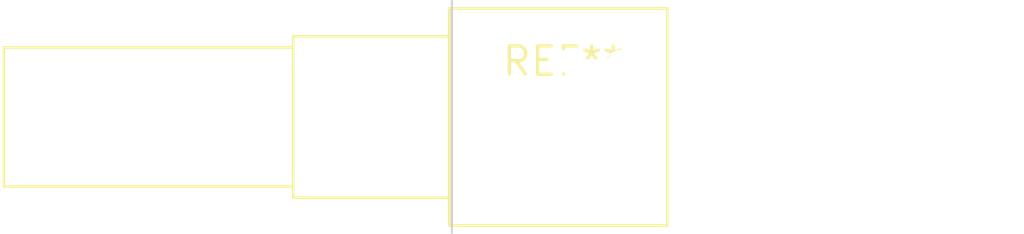
<source format=kicad_pcb>
(kicad_pcb (version 20240108) (generator pcbnew)
  (layers (0 "F.Cu" signal) (31 "B.Cu" signal) (34 "B.Paste" user) (35 "F.Paste" user) (36 "B.SilkS" user "B.Silkscreen") (37 "F.SilkS" user "F.Silkscreen") (38 "B.Mask" user) (39 "F.Mask" user) (44 "Edge.Cuts" user))
  (net 0 "")
  (footprint "Potentiometer_Alps_RK097_Dual_Horizontal" (layer "F.Cu") (at 0 0)
    (property "Reference" "REF**")
    (property "Value" "Potentiometer_Alps_RK097_Dual_Horizontal")
    (fp_line (start -25.1 5.62) (end -25.1 -0.6) (layer "F.SilkS") (stroke (width 0.12)))
    (fp_line (start -12.12 -0.62) (end -25.1 -0.62) (layer "F.SilkS") (stroke (width 0.12)))
    (fp_line (start -12.12 5.62) (end -25.1 5.62) (layer "F.SilkS") (stroke (width 0.12)))
    (fp_line (start -12.12 6.12) (end -12.12 -1.12) (layer "F.SilkS") (stroke (width 0.12)))
    (fp_line (start -5.12 -1.12) (end -12.12 -1.12) (layer "F.SilkS") (stroke (width 0.12)))
    (fp_line (start -5.12 6.12) (end -12.12 6.12) (layer "F.SilkS") (stroke (width 0.12)))
    (fp_line (start -5.12 7.37) (end -5.12 -2.37) (layer "F.SilkS") (stroke (width 0.12)))
    (fp_line (start 4.671 -2.37) (end -5.12 -2.37) (layer "F.SilkS") (stroke (width 0.12)))
    (fp_line (start 4.671 7.37) (end -5.12 7.37) (layer "F.SilkS") (stroke (width 0.12)))
    (fp_line (start 4.671 7.37) (end 4.671 -2.37) (layer "F.SilkS") (stroke (width 0.12)))
    (fp_line (start -5 -2.7) (end -5 7.7) (layer "Edge.Cuts") (stroke (width 0.1)))
    (pad "1" thru_hole roundrect (at 0 0 180) (size 1.8 1.8) (drill 1) (layers *.Cu *.Mask) (remove_unused_layers))
    (pad "2" thru_hole circle (at 0 2.5 180) (size 1.8 1.8) (drill 1) (layers *.Cu *.Mask) (remove_unused_layers))
    (pad "3" thru_hole circle (at 0 5 180) (size 1.8 1.8) (drill 1) (layers *.Cu *.Mask) (remove_unused_layers))
    (pad "4" thru_hole circle (at 2.5 0 180) (size 1.8 1.8) (drill 1) (layers *.Cu *.Mask) (remove_unused_layers))
    (pad "5" thru_hole circle (at 2.5 2.5 180) (size 1.8 1.8) (drill 1) (layers *.Cu *.Mask) (remove_unused_layers))
    (pad "6" thru_hole circle (at 2.5 5 180) (size 1.8 1.8) (drill 1) (layers *.Cu *.Mask) (remove_unused_layers))
  )
)
</source>
